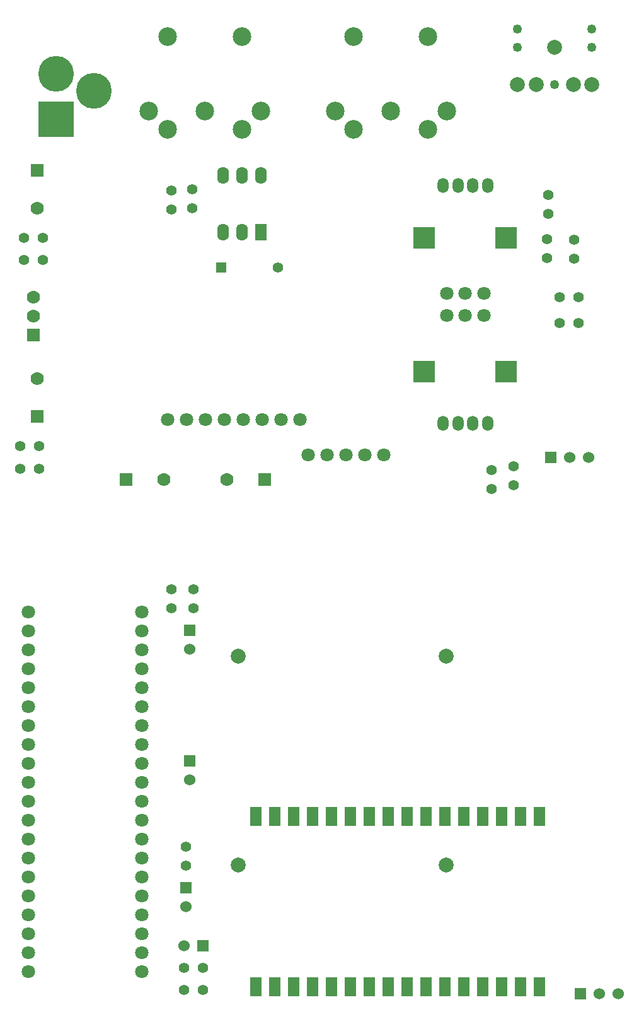
<source format=gts>
G04 (created by PCBNEW (2013-07-07 BZR 4022)-stable) date 22/05/2015 13:43:49*
%MOIN*%
G04 Gerber Fmt 3.4, Leading zero omitted, Abs format*
%FSLAX34Y34*%
G01*
G70*
G90*
G04 APERTURE LIST*
%ADD10C,0.00590551*%
%ADD11C,0.07*%
%ADD12R,0.07X0.07*%
%ADD13R,0.0590551X0.1*%
%ADD14O,0.0590551X0.0787402*%
%ADD15C,0.0708661*%
%ADD16R,0.11811X0.11811*%
%ADD17C,0.055*%
%ADD18R,0.06X0.06*%
%ADD19C,0.06*%
%ADD20R,0.062X0.09*%
%ADD21O,0.062X0.09*%
%ADD22R,0.055X0.055*%
%ADD23C,0.0984252*%
%ADD24C,0.189*%
%ADD25R,0.189X0.189*%
%ADD26C,0.0787402*%
%ADD27C,0.0492126*%
G04 APERTURE END LIST*
G54D10*
G54D11*
X107086Y-48212D03*
X107086Y-49212D03*
G54D12*
X107086Y-50212D03*
G54D13*
X133858Y-84645D03*
X132858Y-84645D03*
X131858Y-84645D03*
X130858Y-84645D03*
X129858Y-84645D03*
X128858Y-84645D03*
X127858Y-84645D03*
X126858Y-84645D03*
X125858Y-84645D03*
X124858Y-84645D03*
X123858Y-84645D03*
X122858Y-84645D03*
X121858Y-84645D03*
X120858Y-84645D03*
X119858Y-84645D03*
X118858Y-84645D03*
X118858Y-75645D03*
X119858Y-75645D03*
X120858Y-75645D03*
X121858Y-75645D03*
X122858Y-75645D03*
X123858Y-75645D03*
X124858Y-75645D03*
X125858Y-75645D03*
X126858Y-75645D03*
X127858Y-75645D03*
X128858Y-75645D03*
X129858Y-75645D03*
X130858Y-75645D03*
X131858Y-75645D03*
X132858Y-75645D03*
X133858Y-75645D03*
G54D14*
X129526Y-54910D03*
X130313Y-54910D03*
X131101Y-54910D03*
X128738Y-54910D03*
G54D15*
X129920Y-49201D03*
X130904Y-49201D03*
X128935Y-49201D03*
G54D16*
X132085Y-52154D03*
X127754Y-52154D03*
G54D14*
X130314Y-42322D03*
X129527Y-42322D03*
X128740Y-42322D03*
X131102Y-42322D03*
G54D15*
X129921Y-48031D03*
X128937Y-48031D03*
X130905Y-48031D03*
G54D16*
X127755Y-45078D03*
X132086Y-45078D03*
G54D17*
X132480Y-58177D03*
X132480Y-57177D03*
X131299Y-57374D03*
X131299Y-58374D03*
X134295Y-43830D03*
X134295Y-42830D03*
X134251Y-46169D03*
X134251Y-45169D03*
X114370Y-42610D03*
X114370Y-43610D03*
X135660Y-46180D03*
X135660Y-45180D03*
X115485Y-43520D03*
X115485Y-42520D03*
X135910Y-49610D03*
X134910Y-49610D03*
X135910Y-48225D03*
X134910Y-48225D03*
G54D18*
X134433Y-56692D03*
G54D19*
X135433Y-56692D03*
X136433Y-56692D03*
G54D18*
X136007Y-85039D03*
G54D19*
X137007Y-85039D03*
X138007Y-85039D03*
G54D18*
X116051Y-82480D03*
G54D19*
X115051Y-82480D03*
G54D18*
X115354Y-65838D03*
G54D19*
X115354Y-66838D03*
G54D18*
X115354Y-72728D03*
G54D19*
X115354Y-73728D03*
G54D20*
X119110Y-44807D03*
G54D21*
X118110Y-44807D03*
X117110Y-44807D03*
X117110Y-41807D03*
X118110Y-41807D03*
X119110Y-41807D03*
G54D22*
X117003Y-46653D03*
G54D17*
X120003Y-46653D03*
G54D12*
X107283Y-41519D03*
G54D11*
X107283Y-43519D03*
G54D12*
X107283Y-54543D03*
G54D11*
X107283Y-52543D03*
G54D12*
X119307Y-57874D03*
G54D11*
X117307Y-57874D03*
G54D12*
X111992Y-57874D03*
G54D11*
X113992Y-57874D03*
G54D17*
X114370Y-63673D03*
X114370Y-64673D03*
X115551Y-63673D03*
X115551Y-64673D03*
X115051Y-84842D03*
X116051Y-84842D03*
X115051Y-83661D03*
X116051Y-83661D03*
X106389Y-56102D03*
X107389Y-56102D03*
X106389Y-57283D03*
X107389Y-57283D03*
X106586Y-46259D03*
X107586Y-46259D03*
X106586Y-45078D03*
X107586Y-45078D03*
G54D15*
X112795Y-83858D03*
X112795Y-82858D03*
X112795Y-81858D03*
X112795Y-80858D03*
X112795Y-79858D03*
X112795Y-78858D03*
X112795Y-77858D03*
X112795Y-76858D03*
X112795Y-75858D03*
X112795Y-74858D03*
X112795Y-73858D03*
X112795Y-72858D03*
X112795Y-71858D03*
X112795Y-70858D03*
X112795Y-69858D03*
X112795Y-68858D03*
X112795Y-67858D03*
X112795Y-66858D03*
X112795Y-65858D03*
X112795Y-64858D03*
X106795Y-64858D03*
X106795Y-65858D03*
X106795Y-66858D03*
X106795Y-67858D03*
X106795Y-68858D03*
X106795Y-69858D03*
X106795Y-70858D03*
X106795Y-71858D03*
X106795Y-72858D03*
X106795Y-73858D03*
X106795Y-74858D03*
X106795Y-75858D03*
X106795Y-76858D03*
X106795Y-77858D03*
X106795Y-78858D03*
X106795Y-79858D03*
X106795Y-80858D03*
X106795Y-81858D03*
X106795Y-82858D03*
X106795Y-83858D03*
X114173Y-54692D03*
X115173Y-54692D03*
X116173Y-54692D03*
X117173Y-54692D03*
X118173Y-54692D03*
X119173Y-54692D03*
X120173Y-54692D03*
X121173Y-54692D03*
G54D23*
X116141Y-38385D03*
X119094Y-38385D03*
X113188Y-38385D03*
X114173Y-34448D03*
X118110Y-34448D03*
X114173Y-39370D03*
X118110Y-39370D03*
X125984Y-38385D03*
X128937Y-38385D03*
X123031Y-38385D03*
X124015Y-34448D03*
X127952Y-34448D03*
X124015Y-39370D03*
X127952Y-39370D03*
G54D24*
X108267Y-36417D03*
G54D25*
X108267Y-38817D03*
G54D24*
X110267Y-37317D03*
G54D26*
X133661Y-37007D03*
X135629Y-37007D03*
X132677Y-37007D03*
X136614Y-37007D03*
X134645Y-35039D03*
G54D27*
X132677Y-35039D03*
X136614Y-35039D03*
X132677Y-34055D03*
X136614Y-34055D03*
X134645Y-37007D03*
G54D18*
X115157Y-79421D03*
G54D19*
X115157Y-80421D03*
G54D17*
X115157Y-78255D03*
X115157Y-77255D03*
G54D15*
X121598Y-56570D03*
X122598Y-56570D03*
X123598Y-56570D03*
X124598Y-56570D03*
X125598Y-56570D03*
G54D26*
X117898Y-67200D03*
X128921Y-67200D03*
X128921Y-78223D03*
X117898Y-78223D03*
M02*

</source>
